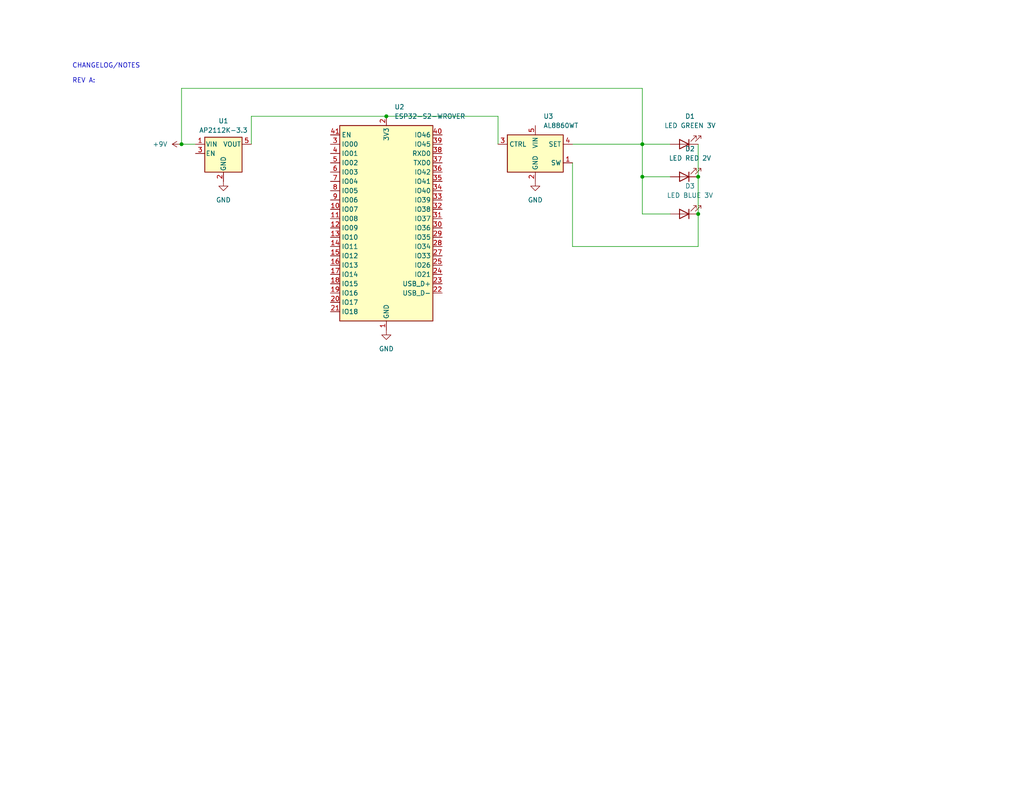
<source format=kicad_sch>
(kicad_sch (version 20230121) (generator eeschema)
  (paper "USLetter")
  (title_block (title "Assignment 2 - via"))
  (lib_symbols
    (symbol "Device:LED" (pin_numbers hide) (pin_names (offset 1.016) hide)
      (property "Reference" "D" (at 0 2.54 0))
      (property "Value" "LED" (at 0 -2.54 0))
      (symbol "LED_0_1"
        (polyline (pts (xy -1.27 -1.27) (xy -1.27 1.27)) (stroke (width 0.254)))
        (polyline (pts (xy -1.27 0) (xy 1.27 0)))
        (polyline (pts (xy 1.27 -1.27) (xy 1.27 1.27) (xy -1.27 0) (xy 1.27 -1.27)) (stroke (width 0.254)))
        (polyline (pts (xy -3.048 -0.762) (xy -4.572 -2.286) (xy -3.81 -2.286) (xy -4.572 -2.286) (xy -4.572 -1.524)))
        (polyline (pts (xy -1.778 -0.762) (xy -3.302 -2.286) (xy -2.54 -2.286) (xy -3.302 -2.286) (xy -3.302 -1.524)))
      )
      (symbol "LED_1_1"
        (pin passive line (at -3.81 0 0) (length 2.54) (name "K") (number "1"))
        (pin passive line (at 3.81 0 180) (length 2.54) (name "A") (number "2"))
      )
    )
    (symbol "Driver_LED:AL8860WT"
      (property "Reference" "U" (at -6.35 6.35 0))
      (property "Value" "AL8860WT" (at 7.62 6.35 0))
      (symbol "AL8860WT_0_1"
        (rectangle (start -7.62 5.08) (end 7.62 -5.08) (stroke (width 0.254)) (fill (type background)))
      )
      (symbol "AL8860WT_1_1"
        (pin open_collector line (at 10.16 -2.54 180) (length 2.54) (name "SW") (number "1"))
        (pin power_in line (at 0 -7.62 90) (length 2.54) (name "GND") (number "2"))
        (pin input line (at -10.16 2.54 0) (length 2.54) (name "CTRL") (number "3"))
        (pin input line (at 10.16 2.54 180) (length 2.54) (name "SET") (number "4"))
        (pin power_in line (at 0 7.62 270) (length 2.54) (name "VIN") (number "5"))
      )
    )
    (symbol "RF_Module:ESP32-S2-WROVER"
      (property "Reference" "U" (at -12.7 29.21 0))
      (property "Value" "ESP32-S2-WROVER" (at 2.54 29.21 0))
      (symbol "ESP32-S2-WROVER_0_1"
        (rectangle (start -12.7 27.94) (end 12.7 -25.4) (stroke (width 0.254)) (fill (type background)))
      )
      (symbol "ESP32-S2-WROVER_1_1"
        (pin power_in line (at 0 -27.94 90) (length 2.54) (name "GND") (number "1"))
        (pin bidirectional line (at -15.24 5.08 0) (length 2.54) (name "IO07") (number "10"))
        (pin bidirectional line (at -15.24 2.54 0) (length 2.54) (name "IO08") (number "11"))
        (pin bidirectional line (at -15.24 0 0) (length 2.54) (name "IO09") (number "12"))
        (pin bidirectional line (at -15.24 -2.54 0) (length 2.54) (name "IO10") (number "13"))
        (pin bidirectional line (at -15.24 -5.08 0) (length 2.54) (name "IO11") (number "14"))
        (pin bidirectional line (at -15.24 -7.62 0) (length 2.54) (name "IO12") (number "15"))
        (pin bidirectional line (at -15.24 -10.16 0) (length 2.54) (name "IO13") (number "16"))
        (pin bidirectional line (at -15.24 -12.7 0) (length 2.54) (name "IO14") (number "17"))
        (pin bidirectional line (at -15.24 -15.24 0) (length 2.54) (name "IO15") (number "18"))
        (pin bidirectional line (at -15.24 -17.78 0) (length 2.54) (name "IO16") (number "19"))
        (pin power_in line (at 0 30.48 270) (length 2.54) (name "3V3") (number "2"))
        (pin bidirectional line (at -15.24 -20.32 0) (length 2.54) (name "IO17") (number "20"))
        (pin bidirectional line (at -15.24 -22.86 0) (length 2.54) (name "IO18") (number "21"))
        (pin bidirectional line (at 15.24 -17.78 180) (length 2.54) (name "USB_D-") (number "22"))
        (pin bidirectional line (at 15.24 -15.24 180) (length 2.54) (name "USB_D+") (number "23"))
        (pin bidirectional line (at 15.24 -12.7 180) (length 2.54) (name "IO21") (number "24"))
        (pin bidirectional line (at 15.24 -10.16 180) (length 2.54) (name "IO26") (number "25"))
        (pin passive line (at 0 -27.94 90) (length 2.54) hide (name "GND") (number "26"))
        (pin bidirectional line (at 15.24 -7.62 180) (length 2.54) (name "IO33") (number "27"))
        (pin bidirectional line (at 15.24 -5.08 180) (length 2.54) (name "IO34") (number "28"))
        (pin bidirectional line (at 15.24 -2.54 180) (length 2.54) (name "IO35") (number "29"))
        (pin bidirectional line (at -15.24 22.86 0) (length 2.54) (name "IO00") (number "3"))
        (pin bidirectional line (at 15.24 0 180) (length 2.54) (name "IO36") (number "30"))
        (pin bidirectional line (at 15.24 2.54 180) (length 2.54) (name "IO37") (number "31"))
        (pin bidirectional line (at 15.24 5.08 180) (length 2.54) (name "IO38") (number "32"))
        (pin bidirectional line (at 15.24 7.62 180) (length 2.54) (name "IO39") (number "33"))
        (pin bidirectional line (at 15.24 10.16 180) (length 2.54) (name "IO40") (number "34"))
        (pin bidirectional line (at 15.24 12.7 180) (length 2.54) (name "IO41") (number "35"))
        (pin bidirectional line (at 15.24 15.24 180) (length 2.54) (name "IO42") (number "36"))
        (pin bidirectional line (at 15.24 17.78 180) (length 2.54) (name "TXD0") (number "37"))
        (pin bidirectional line (at 15.24 20.32 180) (length 2.54) (name "RXD0") (number "38"))
        (pin bidirectional line (at 15.24 22.86 180) (length 2.54) (name "IO45") (number "39"))
        (pin bidirectional line (at -15.24 20.32 0) (length 2.54) (name "IO01") (number "4"))
        (pin input line (at 15.24 25.4 180) (length 2.54) (name "IO46") (number "40"))
        (pin input line (at -15.24 25.4 0) (length 2.54) (name "EN") (number "41"))
        (pin passive line (at 0 -27.94 90) (length 2.54) hide (name "GND") (number "42"))
        (pin passive line (at 0 -27.94 90) (length 2.54) hide (name "GND") (number "43"))
        (pin bidirectional line (at -15.24 17.78 0) (length 2.54) (name "IO02") (number "5"))
        (pin bidirectional line (at -15.24 15.24 0) (length 2.54) (name "IO03") (number "6"))
        (pin bidirectional line (at -15.24 12.7 0) (length 2.54) (name "IO04") (number "7"))
        (pin bidirectional line (at -15.24 10.16 0) (length 2.54) (name "IO05") (number "8"))
        (pin bidirectional line (at -15.24 7.62 0) (length 2.54) (name "IO06") (number "9"))
      )
    )
    (symbol "Regulator_Linear:AP2112K-3.3" (pin_names (offset 0.254))
      (property "Reference" "U" (at -5.08 5.715 0))
      (property "Value" "AP2112K-3.3" (at 0 5.715 0))
      (symbol "AP2112K-3.3_0_1"
        (rectangle (start -5.08 4.445) (end 5.08 -5.08) (stroke (width 0.254)) (fill (type background)))
      )
      (symbol "AP2112K-3.3_1_1"
        (pin power_in line (at -7.62 2.54 0) (length 2.54) (name "VIN") (number "1"))
        (pin power_in line (at 0 -7.62 90) (length 2.54) (name "GND") (number "2"))
        (pin input line (at -7.62 0 0) (length 2.54) (name "EN") (number "3"))
        (pin no_connect line (at 5.08 0 180) (length 2.54) hide (name "NC") (number "4"))
        (pin power_out line (at 7.62 2.54 180) (length 2.54) (name "VOUT") (number "5"))
      )
    )
    (symbol "power:+9V" (power) (pin_names (offset 0))
      (property "Value" "+9V" (at 0 3.556 0))
      (symbol "+9V_0_1"
        (polyline (pts (xy -0.762 1.27) (xy 0 2.54)))
        (polyline (pts (xy 0 0) (xy 0 2.54)))
        (polyline (pts (xy 0 2.54) (xy 0.762 1.27)))
      )
      (symbol "+9V_1_1"
        (pin power_in line (at 0 0 90) (length 0) hide (name "+9V") (number "1"))
      )
    )
    (symbol "power:GND" (power) (pin_names (offset 0))
      (property "Value" "GND" (at 0 -3.81 0))
      (symbol "GND_0_1"
        (polyline (pts (xy 0 0) (xy 0 -1.27) (xy 1.27 -1.27) (xy 0 -2.54) (xy -1.27 -1.27) (xy 0 -1.27)))
      )
      (symbol "GND_1_1"
        (pin power_in line (at 0 0 270) (length 0) hide (name "GND") (number "1"))
      )
    )
  )
  (junction (at 175.26 39.37))
  (junction (at 190.5 48.26))
  (junction (at 49.53 39.37))
  (junction (at 175.26 48.26))
  (junction (at 190.5 58.42))
  (junction (at 105.41 31.75))
  (wire (pts (xy 156.21 67.31) (xy 156.21 44.45)))
  (wire (pts (xy 182.88 39.37) (xy 175.26 39.37)))
  (wire (pts (xy 182.88 48.26) (xy 175.26 48.26)))
  (wire (pts (xy 135.89 31.75) (xy 135.89 39.37)))
  (wire (pts (xy 190.5 58.42) (xy 190.5 67.31)))
  (wire (pts (xy 175.26 39.37) (xy 175.26 48.26)))
  (wire (pts (xy 68.58 39.37) (xy 68.58 31.75)))
  (wire (pts (xy 49.53 24.13) (xy 175.26 24.13)))
  (wire (pts (xy 156.21 39.37) (xy 175.26 39.37)))
  (wire (pts (xy 105.41 31.75) (xy 135.89 31.75)))
  (wire (pts (xy 175.26 48.26) (xy 175.26 58.42)))
  (wire (pts (xy 49.53 39.37) (xy 53.34 39.37)))
  (wire (pts (xy 182.88 58.42) (xy 175.26 58.42)))
  (wire (pts (xy 190.5 39.37) (xy 190.5 48.26)))
  (wire (pts (xy 68.58 31.75) (xy 105.41 31.75)))
  (wire (pts (xy 190.5 48.26) (xy 190.5 58.42)))
  (wire (pts (xy 49.53 39.37) (xy 49.53 24.13)))
  (wire (pts (xy 175.26 24.13) (xy 175.26 39.37)))
  (wire (pts (xy 190.5 67.31) (xy 156.21 67.31)))
  (text "CHANGELOG/NOTES\n\nREV A: " (at 19.685 22.86 0) (effects (font (size 1.27 1.27)) (justify left bottom)))
  (symbol (lib_id "Driver_LED:AL8860WT") (at 146.05 41.91 0) (unit 1)
    (property "Reference" "U3" (at 148.2441 31.75 0) (effects (justify left)))
    (property "Value" "AL8860WT" (at 148.2441 34.29 0) (effects (justify left)))
    (property "Footprint" "Package_TO_SOT_SMD:TSOT-23-5" (effects hide))
    (property "Datasheet" "https://www.diodes.com/assets/Datasheets/AL8860.pdf" (effects hide))
  )
  (symbol (lib_id "RF_Module:ESP32-S2-WROVER") (at 105.41 62.23 0) (unit 1)
    (property "Reference" "U2" (at 107.6041 29.21 0) (effects (justify left)))
    (property "Value" "ESP32-S2-WROVER" (at 107.6041 31.75 0) (effects (justify left)))
    (property "Footprint" "RF_Module:ESP32-S2-WROVER" (effects hide))
    (property "Datasheet" "https://www.espressif.com/sites/default/files/documentation/esp32-s2-wroom_esp32-s2-wroom-i_datasheet_en.pdf" (effects hide))
  )
  (symbol (lib_id "Regulator_Linear:AP2112K-3.3") (at 60.96 41.91 0) (unit 1)
    (property "Reference" "U1" (at 60.96 33.02 0))
    (property "Value" "AP2112K-3.3" (at 60.96 35.56 0))
    (property "Footprint" "Package_TO_SOT_SMD:SOT-23-5" (effects hide))
    (property "Datasheet" "https://www.diodes.com/assets/Datasheets/AP2112.pdf" (effects hide))
  )
  (symbol (lib_id "Device:LED") (at 186.69 48.26 180) (unit 1)
    (property "Reference" "D2" (at 188.2775 40.64 0))
    (property "Value" "LED RED 2V" (at 188.2775 43.18 0))
  )
  (symbol (lib_id "power:+9V") (at 49.53 39.37 90) (unit 1)
    (property "Reference" "#PWR01" (effects hide))
    (property "Value" "+9V" (at 45.72 39.37 90) (effects (justify left)))
  )
  (symbol (lib_id "power:GND") (at 105.41 90.17 0) (unit 1)
    (property "Reference" "#PWR04" (effects hide))
    (property "Value" "GND" (at 105.41 95.25 0))
  )
  (symbol (lib_id "power:GND") (at 60.96 49.53 0) (unit 1)
    (property "Reference" "#PWR03" (effects hide))
    (property "Value" "GND" (at 60.96 54.61 0))
  )
  (symbol (lib_id "Device:LED") (at 186.69 58.42 180) (unit 1)
    (property "Reference" "D3" (at 188.2775 50.8 0))
    (property "Value" "LED BLUE 3V" (at 188.2775 53.34 0))
  )
  (symbol (lib_id "power:GND") (at 146.05 49.53 0) (unit 1)
    (property "Reference" "#PWR02" (effects hide))
    (property "Value" "GND" (at 146.05 54.61 0))
  )
  (symbol (lib_id "Device:LED") (at 186.69 39.37 180) (unit 1)
    (property "Reference" "D1" (at 188.2775 31.75 0))
    (property "Value" "LED GREEN 3V" (at 188.2775 34.29 0))
  )
)
</source>
